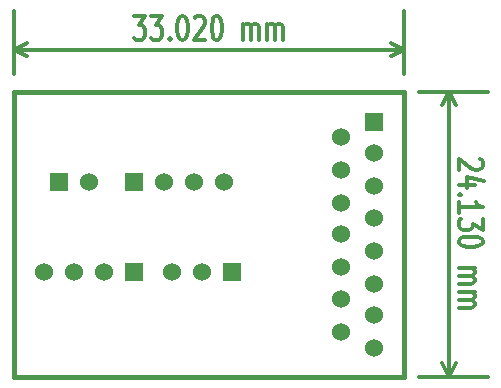
<source format=gtl>
G04 (created by PCBNEW-RS274X (2012-01-19 BZR 3256)-stable) date 30/10/2012 22:31:02*
G01*
G70*
G90*
%MOIN*%
G04 Gerber Fmt 3.4, Leading zero omitted, Abs format*
%FSLAX34Y34*%
G04 APERTURE LIST*
%ADD10C,0.006000*%
%ADD11C,0.012000*%
%ADD12C,0.015000*%
%ADD13R,0.060000X0.060000*%
%ADD14C,0.060000*%
G04 APERTURE END LIST*
G54D10*
G54D11*
X31987Y-12485D02*
X32358Y-12485D01*
X32158Y-12790D01*
X32244Y-12790D01*
X32301Y-12828D01*
X32330Y-12866D01*
X32358Y-12942D01*
X32358Y-13132D01*
X32330Y-13209D01*
X32301Y-13247D01*
X32244Y-13285D01*
X32072Y-13285D01*
X32015Y-13247D01*
X31987Y-13209D01*
X32558Y-12485D02*
X32929Y-12485D01*
X32729Y-12790D01*
X32815Y-12790D01*
X32872Y-12828D01*
X32901Y-12866D01*
X32929Y-12942D01*
X32929Y-13132D01*
X32901Y-13209D01*
X32872Y-13247D01*
X32815Y-13285D01*
X32643Y-13285D01*
X32586Y-13247D01*
X32558Y-13209D01*
X33186Y-13209D02*
X33214Y-13247D01*
X33186Y-13285D01*
X33157Y-13247D01*
X33186Y-13209D01*
X33186Y-13285D01*
X33586Y-12485D02*
X33643Y-12485D01*
X33700Y-12523D01*
X33729Y-12561D01*
X33758Y-12637D01*
X33786Y-12790D01*
X33786Y-12980D01*
X33758Y-13132D01*
X33729Y-13209D01*
X33700Y-13247D01*
X33643Y-13285D01*
X33586Y-13285D01*
X33529Y-13247D01*
X33500Y-13209D01*
X33472Y-13132D01*
X33443Y-12980D01*
X33443Y-12790D01*
X33472Y-12637D01*
X33500Y-12561D01*
X33529Y-12523D01*
X33586Y-12485D01*
X34014Y-12561D02*
X34043Y-12523D01*
X34100Y-12485D01*
X34243Y-12485D01*
X34300Y-12523D01*
X34329Y-12561D01*
X34357Y-12637D01*
X34357Y-12713D01*
X34329Y-12828D01*
X33986Y-13285D01*
X34357Y-13285D01*
X34728Y-12485D02*
X34785Y-12485D01*
X34842Y-12523D01*
X34871Y-12561D01*
X34900Y-12637D01*
X34928Y-12790D01*
X34928Y-12980D01*
X34900Y-13132D01*
X34871Y-13209D01*
X34842Y-13247D01*
X34785Y-13285D01*
X34728Y-13285D01*
X34671Y-13247D01*
X34642Y-13209D01*
X34614Y-13132D01*
X34585Y-12980D01*
X34585Y-12790D01*
X34614Y-12637D01*
X34642Y-12561D01*
X34671Y-12523D01*
X34728Y-12485D01*
X35642Y-13285D02*
X35642Y-12751D01*
X35642Y-12828D02*
X35670Y-12790D01*
X35728Y-12751D01*
X35813Y-12751D01*
X35870Y-12790D01*
X35899Y-12866D01*
X35899Y-13285D01*
X35899Y-12866D02*
X35928Y-12790D01*
X35985Y-12751D01*
X36070Y-12751D01*
X36128Y-12790D01*
X36156Y-12866D01*
X36156Y-13285D01*
X36442Y-13285D02*
X36442Y-12751D01*
X36442Y-12828D02*
X36470Y-12790D01*
X36528Y-12751D01*
X36613Y-12751D01*
X36670Y-12790D01*
X36699Y-12866D01*
X36699Y-13285D01*
X36699Y-12866D02*
X36728Y-12790D01*
X36785Y-12751D01*
X36870Y-12751D01*
X36928Y-12790D01*
X36956Y-12866D01*
X36956Y-13285D01*
X28000Y-13601D02*
X41000Y-13601D01*
X28000Y-14400D02*
X28000Y-12321D01*
X41000Y-14400D02*
X41000Y-12321D01*
X41000Y-13601D02*
X40557Y-13831D01*
X41000Y-13601D02*
X40557Y-13371D01*
X28000Y-13601D02*
X28443Y-13831D01*
X28000Y-13601D02*
X28443Y-13371D01*
G54D12*
X28000Y-24500D02*
X41000Y-24500D01*
X41000Y-15000D02*
X28000Y-15000D01*
X28000Y-24500D02*
X28000Y-15000D01*
X28000Y-15000D02*
X28000Y-24500D01*
G54D11*
X43539Y-17265D02*
X43577Y-17294D01*
X43615Y-17351D01*
X43615Y-17494D01*
X43577Y-17551D01*
X43539Y-17580D01*
X43463Y-17608D01*
X43387Y-17608D01*
X43272Y-17580D01*
X42815Y-17237D01*
X42815Y-17608D01*
X43349Y-18122D02*
X42815Y-18122D01*
X43653Y-17979D02*
X43082Y-17836D01*
X43082Y-18208D01*
X42891Y-18436D02*
X42853Y-18464D01*
X42815Y-18436D01*
X42853Y-18407D01*
X42891Y-18436D01*
X42815Y-18436D01*
X42815Y-19036D02*
X42815Y-18693D01*
X42815Y-18865D02*
X43615Y-18865D01*
X43501Y-18808D01*
X43425Y-18750D01*
X43387Y-18693D01*
X43615Y-19236D02*
X43615Y-19607D01*
X43310Y-19407D01*
X43310Y-19493D01*
X43272Y-19550D01*
X43234Y-19579D01*
X43158Y-19607D01*
X42968Y-19607D01*
X42891Y-19579D01*
X42853Y-19550D01*
X42815Y-19493D01*
X42815Y-19321D01*
X42853Y-19264D01*
X42891Y-19236D01*
X43615Y-19978D02*
X43615Y-20035D01*
X43577Y-20092D01*
X43539Y-20121D01*
X43463Y-20150D01*
X43310Y-20178D01*
X43120Y-20178D01*
X42968Y-20150D01*
X42891Y-20121D01*
X42853Y-20092D01*
X42815Y-20035D01*
X42815Y-19978D01*
X42853Y-19921D01*
X42891Y-19892D01*
X42968Y-19864D01*
X43120Y-19835D01*
X43310Y-19835D01*
X43463Y-19864D01*
X43539Y-19892D01*
X43577Y-19921D01*
X43615Y-19978D01*
X42815Y-20892D02*
X43349Y-20892D01*
X43272Y-20892D02*
X43310Y-20920D01*
X43349Y-20978D01*
X43349Y-21063D01*
X43310Y-21120D01*
X43234Y-21149D01*
X42815Y-21149D01*
X43234Y-21149D02*
X43310Y-21178D01*
X43349Y-21235D01*
X43349Y-21320D01*
X43310Y-21378D01*
X43234Y-21406D01*
X42815Y-21406D01*
X42815Y-21692D02*
X43349Y-21692D01*
X43272Y-21692D02*
X43310Y-21720D01*
X43349Y-21778D01*
X43349Y-21863D01*
X43310Y-21920D01*
X43234Y-21949D01*
X42815Y-21949D01*
X43234Y-21949D02*
X43310Y-21978D01*
X43349Y-22035D01*
X43349Y-22120D01*
X43310Y-22178D01*
X43234Y-22206D01*
X42815Y-22206D01*
X42499Y-15000D02*
X42499Y-24500D01*
X41500Y-15000D02*
X43779Y-15000D01*
X41500Y-24500D02*
X43779Y-24500D01*
X42499Y-24500D02*
X42269Y-24057D01*
X42499Y-24500D02*
X42729Y-24057D01*
X42499Y-15000D02*
X42269Y-15443D01*
X42499Y-15000D02*
X42729Y-15443D01*
G54D12*
X41000Y-15000D02*
X41000Y-24500D01*
G54D13*
X40000Y-16000D03*
G54D14*
X40000Y-17050D03*
X40000Y-18150D03*
X40000Y-19200D03*
X40000Y-20300D03*
X40000Y-21400D03*
X40000Y-22450D03*
X40000Y-23550D03*
X38900Y-16500D03*
X38900Y-17600D03*
X38900Y-18700D03*
X38900Y-19750D03*
X38900Y-20850D03*
X38900Y-21900D03*
X38900Y-23000D03*
G54D13*
X29500Y-18000D03*
G54D14*
X30500Y-18000D03*
G54D13*
X32000Y-18000D03*
G54D14*
X33000Y-18000D03*
X34000Y-18000D03*
X35000Y-18000D03*
G54D13*
X35250Y-21000D03*
G54D14*
X34250Y-21000D03*
X33250Y-21000D03*
G54D13*
X32000Y-21000D03*
G54D14*
X31000Y-21000D03*
X30000Y-21000D03*
X29000Y-21000D03*
M02*

</source>
